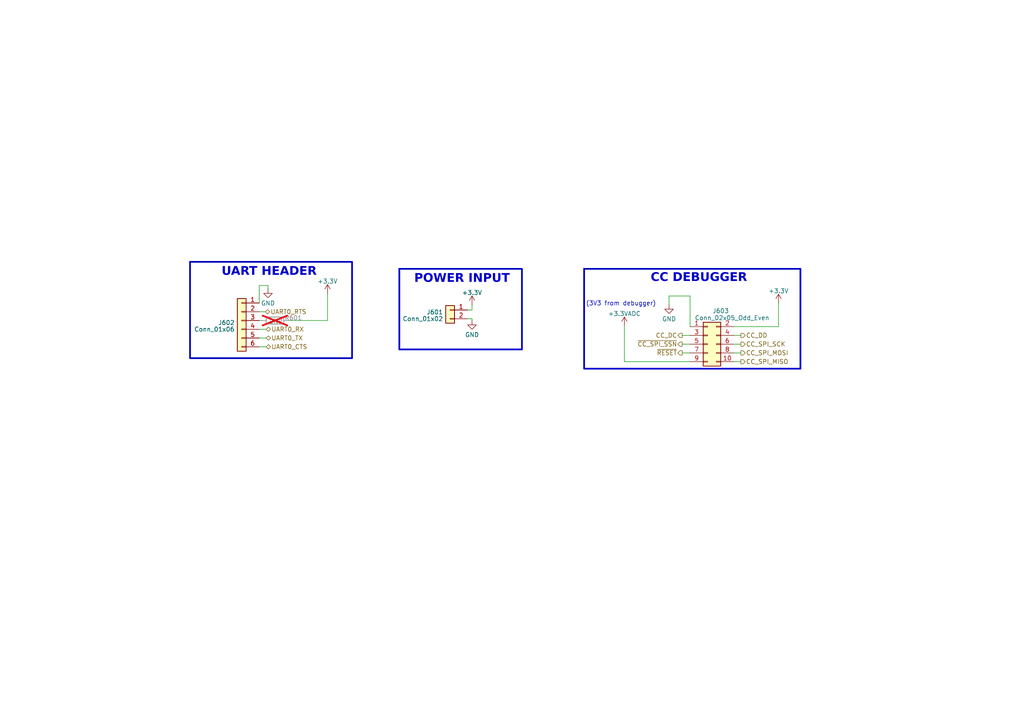
<source format=kicad_sch>
(kicad_sch (version 20230121) (generator eeschema)
  (paper "A4")
  (title_block (company "By: Atharva Kulkarni"))
  (lib_symbols
    (symbol "Connector_Generic:Conn_01x02" (pin_names (offset 1.016) hide)
      (property "Reference" "J" (at 0 2.54 0))
      (property "Value" "Conn_01x02" (at 0 -5.08 0))
      (symbol "Conn_01x02_1_1"
        (rectangle (start -1.27 -2.413) (end 0 -2.667) (stroke (width 0.1524)))
        (rectangle (start -1.27 0.127) (end 0 -0.127) (stroke (width 0.1524)))
        (rectangle (start -1.27 1.27) (end 1.27 -3.81) (stroke (width 0.254)) (fill (type background)))
        (pin passive line (at -5.08 0 0) (length 3.81) (name "Pin_1") (number "1"))
        (pin passive line (at -5.08 -2.54 0) (length 3.81) (name "Pin_2") (number "2"))
      )
    )
    (symbol "Connector_Generic:Conn_01x06" (pin_names (offset 1.016) hide)
      (property "Reference" "J" (at 0 7.62 0))
      (property "Value" "Conn_01x06" (at 0 -10.16 0))
      (symbol "Conn_01x06_1_1"
        (rectangle (start -1.27 -7.493) (end 0 -7.747) (stroke (width 0.1524)))
        (rectangle (start -1.27 -4.953) (end 0 -5.207) (stroke (width 0.1524)))
        (rectangle (start -1.27 -2.413) (end 0 -2.667) (stroke (width 0.1524)))
        (rectangle (start -1.27 0.127) (end 0 -0.127) (stroke (width 0.1524)))
        (rectangle (start -1.27 2.667) (end 0 2.413) (stroke (width 0.1524)))
        (rectangle (start -1.27 5.207) (end 0 4.953) (stroke (width 0.1524)))
        (rectangle (start -1.27 6.35) (end 1.27 -8.89) (stroke (width 0.254)) (fill (type background)))
        (pin passive line (at -5.08 5.08 0) (length 3.81) (name "Pin_1") (number "1"))
        (pin passive line (at -5.08 2.54 0) (length 3.81) (name "Pin_2") (number "2"))
        (pin passive line (at -5.08 0 0) (length 3.81) (name "Pin_3") (number "3"))
        (pin passive line (at -5.08 -2.54 0) (length 3.81) (name "Pin_4") (number "4"))
        (pin passive line (at -5.08 -5.08 0) (length 3.81) (name "Pin_5") (number "5"))
        (pin passive line (at -5.08 -7.62 0) (length 3.81) (name "Pin_6") (number "6"))
      )
    )
    (symbol "Connector_Generic:Conn_02x05_Odd_Even" (pin_names (offset 1.016) hide)
      (property "Reference" "J" (at 1.27 7.62 0))
      (property "Value" "Conn_02x05_Odd_Even" (at 1.27 -7.62 0))
      (symbol "Conn_02x05_Odd_Even_1_1"
        (rectangle (start -1.27 -4.953) (end 0 -5.207) (stroke (width 0.1524)))
        (rectangle (start -1.27 -2.413) (end 0 -2.667) (stroke (width 0.1524)))
        (rectangle (start -1.27 0.127) (end 0 -0.127) (stroke (width 0.1524)))
        (rectangle (start -1.27 2.667) (end 0 2.413) (stroke (width 0.1524)))
        (rectangle (start -1.27 5.207) (end 0 4.953) (stroke (width 0.1524)))
        (rectangle (start -1.27 6.35) (end 3.81 -6.35) (stroke (width 0.254)) (fill (type background)))
        (rectangle (start 3.81 -4.953) (end 2.54 -5.207) (stroke (width 0.1524)))
        (rectangle (start 3.81 -2.413) (end 2.54 -2.667) (stroke (width 0.1524)))
        (rectangle (start 3.81 0.127) (end 2.54 -0.127) (stroke (width 0.1524)))
        (rectangle (start 3.81 2.667) (end 2.54 2.413) (stroke (width 0.1524)))
        (rectangle (start 3.81 5.207) (end 2.54 4.953) (stroke (width 0.1524)))
        (pin passive line (at -5.08 5.08 0) (length 3.81) (name "Pin_1") (number "1"))
        (pin passive line (at 7.62 -5.08 180) (length 3.81) (name "Pin_10") (number "10"))
        (pin passive line (at 7.62 5.08 180) (length 3.81) (name "Pin_2") (number "2"))
        (pin passive line (at -5.08 2.54 0) (length 3.81) (name "Pin_3") (number "3"))
        (pin passive line (at 7.62 2.54 180) (length 3.81) (name "Pin_4") (number "4"))
        (pin passive line (at -5.08 0 0) (length 3.81) (name "Pin_5") (number "5"))
        (pin passive line (at 7.62 0 180) (length 3.81) (name "Pin_6") (number "6"))
        (pin passive line (at -5.08 -2.54 0) (length 3.81) (name "Pin_7") (number "7"))
        (pin passive line (at 7.62 -2.54 180) (length 3.81) (name "Pin_8") (number "8"))
        (pin passive line (at -5.08 -5.08 0) (length 3.81) (name "Pin_9") (number "9"))
      )
    )
    (symbol "Device:R" (pin_numbers hide) (pin_names (offset 0))
      (property "Reference" "R" (at 2.032 0 90))
      (property "Value" "R" (at 0 0 90))
      (symbol "R_0_1"
        (rectangle (start -1.016 -2.54) (end 1.016 2.54) (stroke (width 0.254)))
      )
      (symbol "R_1_1"
        (pin passive line (at 0 3.81 270) (length 1.27) (name "~") (number "1"))
        (pin passive line (at 0 -3.81 90) (length 1.27) (name "~") (number "2"))
      )
    )
    (symbol "power:+3.3V" (power) (pin_names (offset 0))
      (property "Value" "+3.3V" (at 0 3.556 0))
      (symbol "+3.3V_0_1"
        (polyline (pts (xy -0.762 1.27) (xy 0 2.54)))
        (polyline (pts (xy 0 0) (xy 0 2.54)))
        (polyline (pts (xy 0 2.54) (xy 0.762 1.27)))
      )
      (symbol "+3.3V_1_1"
        (pin power_in line (at 0 0 90) (length 0) hide (name "+3.3V") (number "1"))
      )
    )
    (symbol "power:+3.3VADC" (power) (pin_names (offset 0))
      (property "Value" "+3.3VADC" (at 0 2.54 0))
      (symbol "+3.3VADC_0_0"
        (pin power_in line (at 0 0 90) (length 0) hide (name "+3.3VADC") (number "1"))
      )
      (symbol "+3.3VADC_0_1"
        (polyline (pts (xy -0.762 1.27) (xy 0 2.54)))
        (polyline (pts (xy 0 0) (xy 0 2.54)))
        (polyline (pts (xy 0 2.54) (xy 0.762 1.27)))
      )
    )
    (symbol "power:GND" (power) (pin_names (offset 0))
      (property "Value" "GND" (at 0 -3.81 0))
      (symbol "GND_0_1"
        (polyline (pts (xy 0 0) (xy 0 -1.27) (xy 1.27 -1.27) (xy 0 -2.54) (xy -1.27 -1.27) (xy 0 -1.27)))
      )
      (symbol "GND_1_1"
        (pin power_in line (at 0 0 270) (length 0) hide (name "GND") (number "1"))
      )
    )
  )
  (wire (pts (xy 225.806 94.742) (xy 225.806 87.884)))
  (wire (pts (xy 197.866 99.822) (xy 200.152 99.822)))
  (wire (pts (xy 136.906 88.392) (xy 136.906 89.916)))
  (wire (pts (xy 75.184 100.584) (xy 77.216 100.584)))
  (wire (pts (xy 212.852 97.282) (xy 214.884 97.282)))
  (wire (pts (xy 136.906 92.456) (xy 136.906 92.964)))
  (wire (pts (xy 135.636 92.456) (xy 136.906 92.456)))
  (wire (pts (xy 200.152 94.742) (xy 200.152 85.852)))
  (wire (pts (xy 75.184 95.504) (xy 77.216 95.504)))
  (wire (pts (xy 212.852 99.822) (xy 214.884 99.822)))
  (wire (pts (xy 75.184 92.964) (xy 75.946 92.964)))
  (wire (pts (xy 94.996 92.964) (xy 94.996 85.09)))
  (wire (pts (xy 83.566 92.964) (xy 94.996 92.964)))
  (wire (pts (xy 212.852 102.362) (xy 214.884 102.362)))
  (wire (pts (xy 75.184 82.804) (xy 77.724 82.804)))
  (wire (pts (xy 77.724 82.804) (xy 77.724 83.82)))
  (wire (pts (xy 75.184 87.884) (xy 75.184 82.804)))
  (wire (pts (xy 181.102 104.902) (xy 200.152 104.902)))
  (wire (pts (xy 75.184 90.424) (xy 76.962 90.424)))
  (wire (pts (xy 135.636 89.916) (xy 136.906 89.916)))
  (wire (pts (xy 212.852 94.742) (xy 225.806 94.742)))
  (wire (pts (xy 197.866 102.362) (xy 200.152 102.362)))
  (wire (pts (xy 212.852 104.902) (xy 214.884 104.902)))
  (wire (pts (xy 194.056 85.852) (xy 194.056 88.392)))
  (wire (pts (xy 197.866 97.282) (xy 200.152 97.282)))
  (wire (pts (xy 181.102 94.488) (xy 181.102 104.902)))
  (wire (pts (xy 200.152 85.852) (xy 194.056 85.852)))
  (wire (pts (xy 75.184 98.044) (xy 77.216 98.044)))
  (rectangle (start 169.418 77.978) (end 232.156 106.934) (stroke (width 0.5)))
  (rectangle (start 55.118 75.946) (end 102.108 103.886) (stroke (width 0.5)))
  (rectangle (start 115.824 77.978) (end 151.384 101.346) (stroke (width 0.5)))
  (text "UART HEADER" (at 64.262 81.026 0) (effects (font (size 2.5 2.5) bold) (justify left bottom)))
  (text "POWER INPUT" (at 120.142 83.058 0) (effects (font (size 2.5 2.5) bold) (justify left bottom)))
  (text "CC DEBUGGER\n" (at 188.722 82.804 0) (effects (font (size 2.5 2.5) bold) (justify left bottom)))
  (text "(3V3 from debugger)" (at 169.926 88.9 0) (effects (font (size 1.27 1.27)) (justify left bottom)))
  (hierarchical_label "CC_SPI_SCK" (shape output) (at 214.884 99.822 0))
  (hierarchical_label "UART0_RX" (shape bidirectional) (at 77.216 95.504 0))
  (hierarchical_label "CC_SPI_MOSI" (shape output) (at 214.884 102.362 0))
  (hierarchical_label "~{CC_SPI_SSN}" (shape output) (at 197.866 99.822 180))
  (hierarchical_label "UART0_RTS" (shape bidirectional) (at 76.962 90.424 0))
  (hierarchical_label "~{RESET}" (shape output) (at 197.866 102.362 180))
  (hierarchical_label "UART0_CTS" (shape bidirectional) (at 77.216 100.584 0))
  (hierarchical_label "CC_DD" (shape output) (at 214.884 97.282 0))
  (hierarchical_label "UART0_TX" (shape bidirectional) (at 77.216 98.044 0))
  (hierarchical_label "CC_DC" (shape output) (at 197.866 97.282 180))
  (hierarchical_label "CC_SPI_MISO" (shape output) (at 214.884 104.902 0))
  (symbol (lib_id "Connector_Generic:Conn_02x05_Odd_Even") (at 205.232 99.822 0) (unit 1)
    (property "Reference" "J603" (at 209.042 90.17 0))
    (property "Value" "Conn_02x05_Odd_Even" (at 212.344 92.202 0))
    (property "Footprint" "Connector_PinHeader_1.27mm:PinHeader_2x04_P1.27mm_Vertical_SMD" (effects hide))
  )
  (symbol (lib_id "power:+3.3V") (at 136.906 88.392 0) (unit 1)
    (property "Reference" "#PWR0604" (effects hide))
    (property "Value" "+3.3V" (at 136.906 84.8901 0))
  )
  (symbol (lib_id "Connector_Generic:Conn_01x02") (at 130.556 89.916 0) (mirror y) (unit 1)
    (property "Reference" "J601" (at 128.524 90.5423 0) (effects (justify left)))
    (property "Value" "Conn_01x02" (at 128.524 92.4633 0) (effects (justify left)))
    (property "Footprint" "Connector_PinHeader_1.27mm:PinHeader_1x02_P1.27mm_Vertical" (effects hide))
  )
  (symbol (lib_id "power:GND") (at 136.906 92.964 0) (unit 1)
    (property "Reference" "#PWR0603" (effects hide))
    (property "Value" "GND" (at 136.906 97.0995 0))
  )
  (symbol (lib_id "Device:R") (at 79.756 92.964 90) (unit 1) (dnp yes)
    (property "Reference" "R601" (at 85.09 92.202 90))
    (property "Value" "DNP" (at 80.01 93.218 90))
    (property "Footprint" "Resistor_SMD:R_0603_1608Metric_Pad0.98x0.95mm_HandSolder" (effects hide))
  )
  (symbol (lib_id "power:GND") (at 194.056 88.392 0) (unit 1)
    (property "Reference" "#PWR0605" (effects hide))
    (property "Value" "GND" (at 194.056 92.5275 0))
  )
  (symbol (lib_id "power:GND") (at 77.724 83.82 0) (unit 1)
    (property "Reference" "#PWR0602" (effects hide))
    (property "Value" "GND" (at 77.724 87.9555 0))
  )
  (symbol (lib_id "Connector_Generic:Conn_01x06") (at 70.104 92.964 0) (mirror y) (unit 1)
    (property "Reference" "J602" (at 68.072 93.5903 0) (effects (justify left)))
    (property "Value" "Conn_01x06" (at 68.072 95.5113 0) (effects (justify left)))
    (property "Footprint" "Connector_PinHeader_1.27mm:PinHeader_1x06_P1.27mm_Vertical" (effects hide))
  )
  (symbol (lib_id "power:+3.3V") (at 225.806 87.884 0) (unit 1)
    (property "Reference" "#PWR0606" (effects hide))
    (property "Value" "+3.3V" (at 225.806 84.3821 0))
  )
  (symbol (lib_id "power:+3.3VADC") (at 181.102 94.488 0) (unit 1)
    (property "Reference" "#PWR0607" (effects hide))
    (property "Value" "+3.3VADC" (at 181.102 90.9861 0))
  )
  (symbol (lib_id "power:+3.3V") (at 94.996 85.09 0) (unit 1)
    (property "Reference" "#PWR0601" (effects hide))
    (property "Value" "+3.3V" (at 94.996 81.5881 0))
  )
)
</source>
